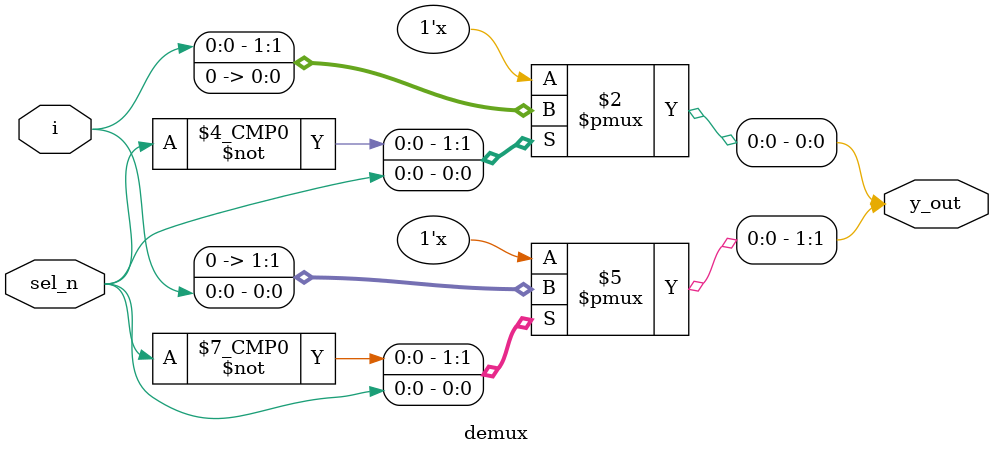
<source format=v>
`timescale 1ns / 1ps


module demux(
    input i,
    input sel_n,
    output reg [1:0] y_out
    );
    
    always@(*)begin
        y_out = 2'b00;
        case(sel_n)  
            1'b0:y_out[0] = i;
            1'b1:y_out[1] = i;
        endcase
    end
endmodule

</source>
